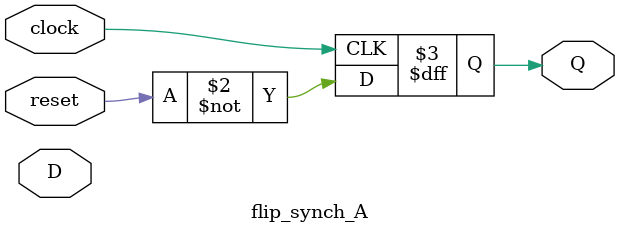
<source format=v>
module part1(SW, LEDR, KEY);
  input [2:0] SW, KEY;
  output [9:0] LEDR;

  wire w, out;
  wire [8:0] y, Y;

  assign w = SW[1];
  assign Y[0] = 0;
  assign Y[1] = ~w & (y[0] + y[8] + y[7] + y[6] + y[5]);
  assign Y[2] = ~w & (y[1]);
  assign Y[3] = ~w & (y[2]);
  assign Y[4] = ~w & (y[3]+ y[4]);
  assign Y[5] = w & (y[0] + y[1] + y[2] + y[3] + y[4]);
  assign Y[6] = w & y[5];
  assign Y[7] = w & y[6];
  assign Y[8] = w & (y[7] + y[8]);

  assign out = y[4] + y[8];

  flip_synch_A A(Y[0], KEY[0], SW[0], y[0]);
  flip_synch B(Y[1], KEY[0], SW[0], y[1]);
  flip_synch C(Y[2], KEY[0], SW[0], y[2]);
  flip_synch D(Y[3], KEY[0], SW[0], y[3]);
  flip_synch E(Y[4], KEY[0], SW[0], y[4]);
  flip_synch F(Y[5], KEY[0], SW[0], y[5]);
  flip_synch G(Y[6], KEY[0], SW[0], y[6]);
  flip_synch H(Y[7], KEY[0], SW[0], y[7]);
  flip_synch I(Y[8], KEY[0], SW[0], y[8]);

  assign LEDR[8:0] = y[8:0];
  assign LEDR[9] = out;

endmodule

module flip_synch(D, clock, reset, Q);
  input D, clock, reset;
  output reg Q;

  always @(posedge clock)
  begin
    if (reset == 0)
      Q <= 1'b0;
    else
      Q <= D;
  end
endmodule

module flip_synch_A(D, clock, reset, Q);
  input D, clock, reset;
  output reg Q;

  always @(posedge clock)
   Q <= ~reset;

endmodule

</source>
